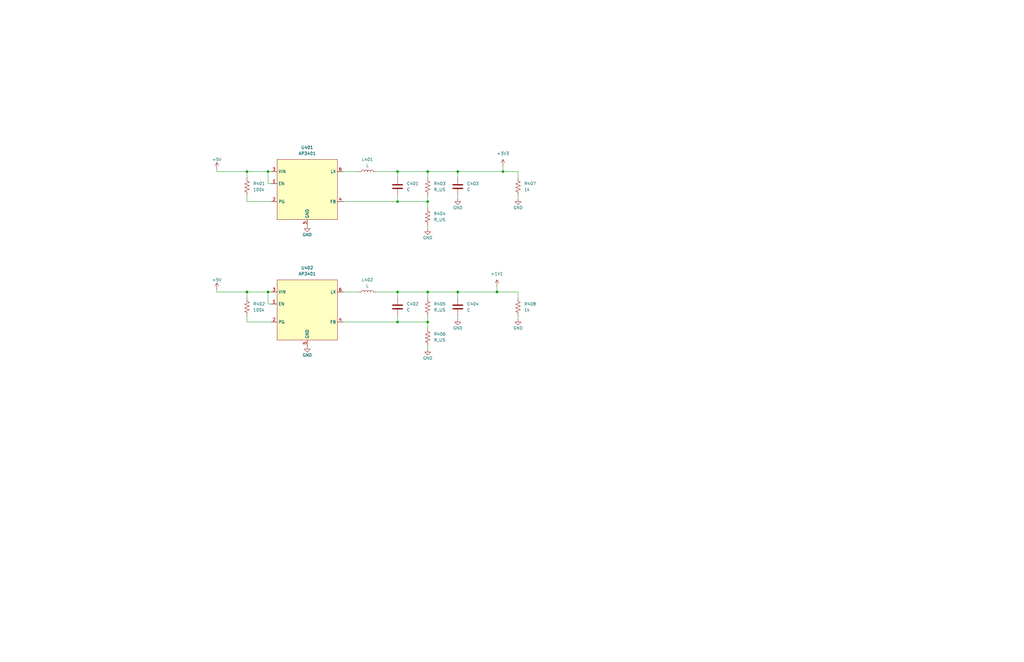
<source format=kicad_sch>
(kicad_sch (version 20231120) (generator "eeschema") (generator_version "8.0")
  (paper "USLedger")
  (title_block (title "ErgoDUE") (date "2024-01-15") (rev "V0.1") (company "Alessandro Rizzoni") (comment 1 "SCHEMATIC") (comment 2 "DRAFT") (comment 3 "AIR"))
  (lib_symbols
    (symbol "Device:C" (pin_numbers hide) (pin_names (offset 0.254))
      (property "Reference" "C" (at 0.635 2.54 0))
      (property "Value" "C" (at 0.635 -2.54 0))
      (symbol "C_0_1"
        (polyline (pts (xy -2.032 -0.762) (xy 2.032 -0.762)) (stroke (width 0.508)))
        (polyline (pts (xy -2.032 0.762) (xy 2.032 0.762)) (stroke (width 0.508)))
      )
      (symbol "C_1_1"
        (pin passive line (at 0 3.81 270) (length 2.794) (name "~") (number "1"))
        (pin passive line (at 0 -3.81 90) (length 2.794) (name "~") (number "2"))
      )
    )
    (symbol "Device:L" (pin_numbers hide) (pin_names (offset 1.016) hide)
      (property "Reference" "L" (at -1.27 0 90))
      (property "Value" "L" (at 1.905 0 90))
      (symbol "L_0_1"
        (arc (start 0 -2.54) (mid 0.6323 -1.905) (end 0 -1.27))
        (arc (start 0 -1.27) (mid 0.6323 -0.635) (end 0 0))
        (arc (start 0 0) (mid 0.6323 0.635) (end 0 1.27))
        (arc (start 0 1.27) (mid 0.6323 1.905) (end 0 2.54))
      )
      (symbol "L_1_1"
        (pin passive line (at 0 3.81 270) (length 1.27) (name "1") (number "1"))
        (pin passive line (at 0 -3.81 90) (length 1.27) (name "2") (number "2"))
      )
    )
    (symbol "Device:R_US" (pin_numbers hide) (pin_names (offset 0))
      (property "Reference" "R" (at 2.54 0 90))
      (property "Value" "R_US" (at -2.54 0 90))
      (symbol "R_US_0_1"
        (polyline (pts (xy 0 -2.286) (xy 0 -2.54)))
        (polyline (pts (xy 0 2.286) (xy 0 2.54)))
        (polyline (pts (xy 0 -0.762) (xy 1.016 -1.143) (xy 0 -1.524) (xy -1.016 -1.905) (xy 0 -2.286)))
        (polyline (pts (xy 0 0.762) (xy 1.016 0.381) (xy 0 0) (xy -1.016 -0.381) (xy 0 -0.762)))
        (polyline (pts (xy 0 2.286) (xy 1.016 1.905) (xy 0 1.524) (xy -1.016 1.143) (xy 0 0.762)))
      )
      (symbol "R_US_1_1"
        (pin passive line (at 0 3.81 270) (length 1.27) (name "~") (number "1"))
        (pin passive line (at 0 -3.81 90) (length 1.27) (name "~") (number "2"))
      )
    )
    (symbol "Library:DIDOES_AP3401"
      (property "Reference" "U" (at 0 16.51 0))
      (property "Value" "AP3401" (at 0 13.97 0))
      (symbol "DIDOES_AP3401_0_0"
        (pin input line (at -15.24 2.54 0) (length 2.54) (name "EN") (number "1"))
        (pin output line (at -15.24 -5.08 0) (length 2.54) (name "PG") (number "2"))
        (pin power_in line (at -15.24 7.62 0) (length 2.54) (name "VIN") (number "3"))
        (pin input line (at 15.24 -5.08 180) (length 2.54) (name "FB") (number "4"))
        (pin power_in line (at 0 -15.24 90) (length 2.54) (name "GND") (number "5"))
        (pin power_out line (at 15.24 7.62 180) (length 2.54) (name "LX") (number "6"))
      )
      (symbol "DIDOES_AP3401_1_1"
        (rectangle (start -12.7 12.7) (end 12.7 -12.7) (fill (type background)))
      )
    )
    (symbol "power:+1V1" (power) (pin_names (offset 0))
      (property "Value" "+1V1" (at 0 3.556 0))
      (symbol "+1V1_0_1"
        (polyline (pts (xy -0.762 1.27) (xy 0 2.54)))
        (polyline (pts (xy 0 0) (xy 0 2.54)))
        (polyline (pts (xy 0 2.54) (xy 0.762 1.27)))
      )
      (symbol "+1V1_1_1"
        (pin power_in line (at 0 0 90) (length 0) hide (name "+1V1") (number "1"))
      )
    )
    (symbol "power:+3V3" (power) (pin_names (offset 0))
      (property "Value" "+3V3" (at 0 3.556 0))
      (symbol "+3V3_0_1"
        (polyline (pts (xy -0.762 1.27) (xy 0 2.54)))
        (polyline (pts (xy 0 0) (xy 0 2.54)))
        (polyline (pts (xy 0 2.54) (xy 0.762 1.27)))
      )
      (symbol "+3V3_1_1"
        (pin power_in line (at 0 0 90) (length 0) hide (name "+3V3") (number "1"))
      )
    )
    (symbol "power:+5V" (power) (pin_names (offset 0))
      (property "Value" "+5V" (at 0 3.556 0))
      (symbol "+5V_0_1"
        (polyline (pts (xy -0.762 1.27) (xy 0 2.54)))
        (polyline (pts (xy 0 0) (xy 0 2.54)))
        (polyline (pts (xy 0 2.54) (xy 0.762 1.27)))
      )
      (symbol "+5V_1_1"
        (pin power_in line (at 0 0 90) (length 0) hide (name "+5V") (number "1"))
      )
    )
    (symbol "power:GND" (power) (pin_names (offset 0))
      (property "Value" "GND" (at 0 -3.81 0))
      (symbol "GND_0_1"
        (polyline (pts (xy 0 0) (xy 0 -1.27) (xy 1.27 -1.27) (xy 0 -2.54) (xy -1.27 -1.27) (xy 0 -1.27)))
      )
      (symbol "GND_1_1"
        (pin power_in line (at 0 0 270) (length 0) hide (name "GND") (number "1"))
      )
    )
  )
  (junction (at 167.64 85.09))
  (junction (at 180.34 135.89))
  (junction (at 212.09 72.39))
  (junction (at 209.55 123.19))
  (junction (at 167.64 123.19))
  (junction (at 104.14 123.19))
  (junction (at 104.14 72.39))
  (junction (at 180.34 123.19))
  (junction (at 180.34 72.39))
  (junction (at 193.04 123.19))
  (junction (at 113.03 123.19))
  (junction (at 167.64 72.39))
  (junction (at 180.34 85.09))
  (junction (at 113.03 72.39))
  (junction (at 193.04 72.39))
  (junction (at 167.64 135.89))
  (wire (pts (xy 144.78 123.19) (xy 151.13 123.19)))
  (wire (pts (xy 104.14 123.19) (xy 104.14 125.73)))
  (wire (pts (xy 193.04 74.93) (xy 193.04 72.39)))
  (wire (pts (xy 144.78 85.09) (xy 167.64 85.09)))
  (wire (pts (xy 167.64 85.09) (xy 180.34 85.09)))
  (wire (pts (xy 158.75 123.19) (xy 167.64 123.19)))
  (wire (pts (xy 193.04 123.19) (xy 180.34 123.19)))
  (wire (pts (xy 167.64 123.19) (xy 180.34 123.19)))
  (wire (pts (xy 104.14 123.19) (xy 113.03 123.19)))
  (wire (pts (xy 193.04 82.55) (xy 193.04 83.82)))
  (wire (pts (xy 218.44 133.35) (xy 218.44 134.62)))
  (wire (pts (xy 209.55 123.19) (xy 209.55 120.65)))
  (wire (pts (xy 104.14 72.39) (xy 113.03 72.39)))
  (wire (pts (xy 193.04 125.73) (xy 193.04 123.19)))
  (wire (pts (xy 218.44 72.39) (xy 218.44 74.93)))
  (wire (pts (xy 180.34 146.05) (xy 180.34 147.32)))
  (wire (pts (xy 193.04 133.35) (xy 193.04 134.62)))
  (wire (pts (xy 167.64 135.89) (xy 180.34 135.89)))
  (wire (pts (xy 212.09 72.39) (xy 218.44 72.39)))
  (wire (pts (xy 180.34 85.09) (xy 180.34 82.55)))
  (wire (pts (xy 180.34 95.25) (xy 180.34 96.52)))
  (wire (pts (xy 91.44 121.92) (xy 91.44 123.19)))
  (wire (pts (xy 114.3 128.27) (xy 113.03 128.27)))
  (wire (pts (xy 104.14 135.89) (xy 104.14 133.35)))
  (wire (pts (xy 167.64 72.39) (xy 180.34 72.39)))
  (wire (pts (xy 104.14 72.39) (xy 104.14 74.93)))
  (wire (pts (xy 167.64 123.19) (xy 167.64 125.73)))
  (wire (pts (xy 167.64 135.89) (xy 167.64 133.35)))
  (wire (pts (xy 113.03 128.27) (xy 113.03 123.19)))
  (wire (pts (xy 218.44 82.55) (xy 218.44 83.82)))
  (wire (pts (xy 91.44 123.19) (xy 104.14 123.19)))
  (wire (pts (xy 114.3 135.89) (xy 104.14 135.89)))
  (wire (pts (xy 144.78 72.39) (xy 151.13 72.39)))
  (wire (pts (xy 193.04 72.39) (xy 212.09 72.39)))
  (wire (pts (xy 91.44 71.12) (xy 91.44 72.39)))
  (wire (pts (xy 180.34 85.09) (xy 180.34 87.63)))
  (wire (pts (xy 167.64 85.09) (xy 167.64 82.55)))
  (wire (pts (xy 193.04 123.19) (xy 209.55 123.19)))
  (wire (pts (xy 104.14 85.09) (xy 104.14 82.55)))
  (wire (pts (xy 180.34 135.89) (xy 180.34 133.35)))
  (wire (pts (xy 113.03 72.39) (xy 114.3 72.39)))
  (wire (pts (xy 91.44 72.39) (xy 104.14 72.39)))
  (wire (pts (xy 114.3 77.47) (xy 113.03 77.47)))
  (wire (pts (xy 209.55 123.19) (xy 218.44 123.19)))
  (wire (pts (xy 218.44 123.19) (xy 218.44 125.73)))
  (wire (pts (xy 212.09 72.39) (xy 212.09 69.85)))
  (wire (pts (xy 144.78 135.89) (xy 167.64 135.89)))
  (wire (pts (xy 180.34 123.19) (xy 180.34 125.73)))
  (wire (pts (xy 180.34 72.39) (xy 180.34 74.93)))
  (wire (pts (xy 158.75 72.39) (xy 167.64 72.39)))
  (wire (pts (xy 180.34 135.89) (xy 180.34 138.43)))
  (wire (pts (xy 114.3 85.09) (xy 104.14 85.09)))
  (wire (pts (xy 193.04 72.39) (xy 180.34 72.39)))
  (wire (pts (xy 167.64 72.39) (xy 167.64 74.93)))
  (wire (pts (xy 113.03 77.47) (xy 113.03 72.39)))
  (wire (pts (xy 113.03 123.19) (xy 114.3 123.19)))
  (symbol (lib_id "power:GND") (at 218.44 83.82 0) (unit 1)
    (property "Reference" "#PWR0411" (effects (hide yes)))
    (property "Value" "GND" (at 218.44 87.63 0))
  )
  (symbol (lib_id "power:+3V3") (at 212.09 69.85 0) (unit 1)
    (property "Reference" "#PWR0410" (effects (hide yes)))
    (property "Value" "+3V3" (at 212.09 64.77 0))
  )
  (symbol (lib_id "power:GND") (at 193.04 83.82 0) (unit 1)
    (property "Reference" "#PWR0407" (effects (hide yes)))
    (property "Value" "GND" (at 193.04 87.63 0))
  )
  (symbol (lib_id "Device:R_US") (at 104.14 129.54 0) (unit 1)
    (property "Reference" "R402" (at 106.68 128.27 0) (effects (justify left)))
    (property "Value" "100k" (at 106.68 130.81 0) (effects (justify left)))
  )
  (symbol (lib_id "Device:R_US") (at 218.44 129.54 0) (unit 1)
    (property "Reference" "R408" (at 220.98 128.2699 0) (effects (justify left)))
    (property "Value" "1k" (at 220.98 130.8099 0) (effects (justify left)))
  )
  (symbol (lib_id "Device:C") (at 193.04 78.74 0) (unit 1)
    (property "Reference" "C403" (at 196.85 77.47 0) (effects (justify left)))
    (property "Value" "C" (at 196.85 80.01 0) (effects (justify left)))
  )
  (symbol (lib_id "power:GND") (at 180.34 147.32 0) (unit 1)
    (property "Reference" "#PWR0406" (effects (hide yes)))
    (property "Value" "GND" (at 180.34 151.13 0))
  )
  (symbol (lib_id "Device:C") (at 167.64 129.54 0) (unit 1)
    (property "Reference" "C402" (at 171.45 128.27 0) (effects (justify left)))
    (property "Value" "C" (at 171.45 130.81 0) (effects (justify left)))
  )
  (symbol (lib_id "Device:R_US") (at 180.34 91.44 0) (unit 1)
    (property "Reference" "R404" (at 182.88 90.17 0) (effects (justify left)))
    (property "Value" "R_US" (at 182.88 92.71 0) (effects (justify left)))
  )
  (symbol (lib_id "power:+5V") (at 91.44 71.12 0) (unit 1)
    (property "Reference" "#PWR0401" (effects (hide yes)))
    (property "Value" "+5V" (at 91.44 67.31 0))
  )
  (symbol (lib_id "Library:DIDOES_AP3401") (at 129.54 130.81 0) (unit 1)
    (property "Reference" "U402" (at 129.54 113.03 0))
    (property "Value" "AP3401" (at 129.54 115.57 0))
  )
  (symbol (lib_id "Device:C") (at 167.64 78.74 0) (unit 1)
    (property "Reference" "C401" (at 171.45 77.47 0) (effects (justify left)))
    (property "Value" "C" (at 171.45 80.01 0) (effects (justify left)))
  )
  (symbol (lib_id "Device:R_US") (at 180.34 78.74 0) (unit 1)
    (property "Reference" "R403" (at 182.88 77.47 0) (effects (justify left)))
    (property "Value" "R_US" (at 182.88 80.01 0) (effects (justify left)))
  )
  (symbol (lib_id "Device:R_US") (at 104.14 78.74 0) (unit 1)
    (property "Reference" "R401" (at 106.68 77.47 0) (effects (justify left)))
    (property "Value" "100k" (at 106.68 80.01 0) (effects (justify left)))
  )
  (symbol (lib_id "power:GND") (at 180.34 96.52 0) (unit 1)
    (property "Reference" "#PWR0405" (effects (hide yes)))
    (property "Value" "GND" (at 180.34 100.33 0))
  )
  (symbol (lib_id "Device:C") (at 193.04 129.54 0) (unit 1)
    (property "Reference" "C404" (at 196.85 128.27 0) (effects (justify left)))
    (property "Value" "C" (at 196.85 130.81 0) (effects (justify left)))
  )
  (symbol (lib_id "Device:L") (at 154.94 72.39 90) (unit 1)
    (property "Reference" "L401" (at 154.94 67.31 90))
    (property "Value" "L" (at 154.94 69.85 90))
  )
  (symbol (lib_id "Device:L") (at 154.94 123.19 90) (unit 1)
    (property "Reference" "L402" (at 154.94 118.11 90))
    (property "Value" "L" (at 154.94 120.65 90))
  )
  (symbol (lib_id "power:+1V1") (at 209.55 120.65 0) (unit 1)
    (property "Reference" "#PWR0409" (effects (hide yes)))
    (property "Value" "+1V1" (at 209.55 115.57 0))
  )
  (symbol (lib_id "Library:DIDOES_AP3401") (at 129.54 80.01 0) (unit 1)
    (property "Reference" "U401" (at 129.54 62.23 0))
    (property "Value" "AP3401" (at 129.54 64.77 0))
  )
  (symbol (lib_id "Device:R_US") (at 218.44 78.74 0) (unit 1)
    (property "Reference" "R407" (at 220.98 77.4699 0) (effects (justify left)))
    (property "Value" "1k" (at 220.98 80.0099 0) (effects (justify left)))
  )
  (symbol (lib_id "power:GND") (at 129.54 95.25 0) (unit 1)
    (property "Reference" "#PWR0403" (effects (hide yes)))
    (property "Value" "GND" (at 129.54 99.06 0))
  )
  (symbol (lib_id "Device:R_US") (at 180.34 142.24 0) (unit 1)
    (property "Reference" "R406" (at 182.88 140.97 0) (effects (justify left)))
    (property "Value" "R_US" (at 182.88 143.51 0) (effects (justify left)))
  )
  (symbol (lib_id "Device:R_US") (at 180.34 129.54 0) (unit 1)
    (property "Reference" "R405" (at 182.88 128.27 0) (effects (justify left)))
    (property "Value" "R_US" (at 182.88 130.81 0) (effects (justify left)))
  )
  (symbol (lib_id "power:GND") (at 193.04 134.62 0) (unit 1)
    (property "Reference" "#PWR0408" (effects (hide yes)))
    (property "Value" "GND" (at 193.04 138.43 0))
  )
  (symbol (lib_id "power:GND") (at 129.54 146.05 0) (unit 1)
    (property "Reference" "#PWR0404" (effects (hide yes)))
    (property "Value" "GND" (at 129.54 149.86 0))
  )
  (symbol (lib_id "power:GND") (at 218.44 134.62 0) (unit 1)
    (property "Reference" "#PWR0412" (effects (hide yes)))
    (property "Value" "GND" (at 218.44 138.43 0))
  )
  (symbol (lib_id "power:+5V") (at 91.44 121.92 0) (unit 1)
    (property "Reference" "#PWR0402" (effects (hide yes)))
    (property "Value" "+5V" (at 91.44 118.11 0))
  )
)
</source>
